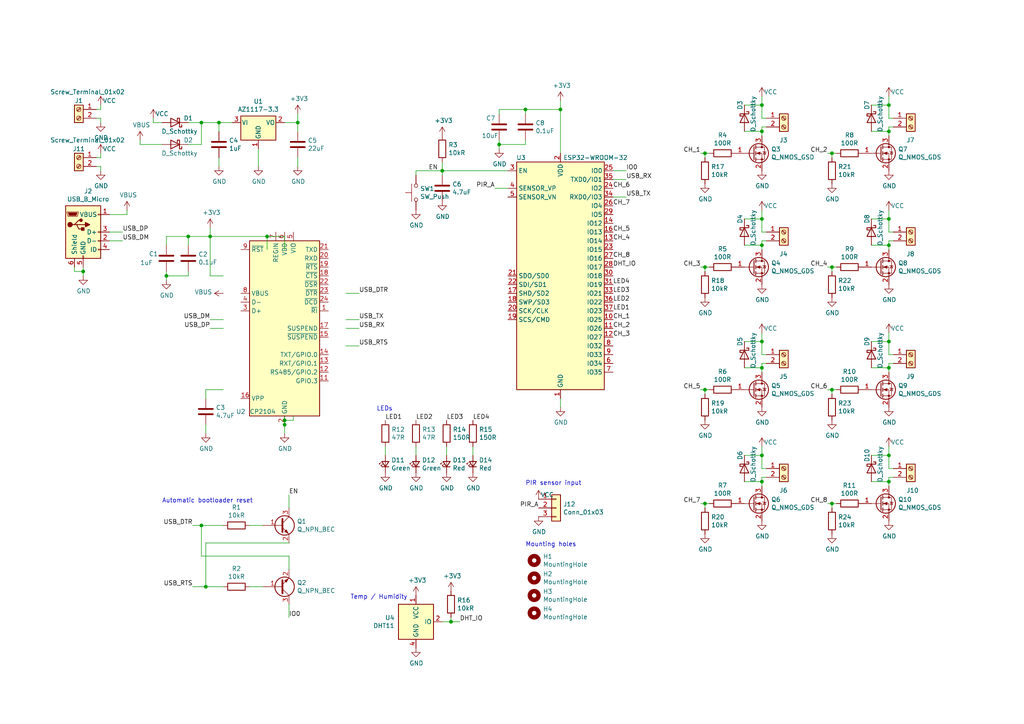
<source format=kicad_sch>
(kicad_sch (version 20250114) (generator "eeschema") (generator_version "9.0")
  (paper "A4")
  (text "PIR sensor input" (at 152.4 140.97 0) (effects (font (size 1.27 1.27)) (justify left bottom)))
  (text "Mounting holes" (at 152.4 158.75 0) (effects (font (size 1.27 1.27)) (justify left bottom)))
  (text "Temp / Humidity" (at 101.6 173.99 0) (effects (font (size 1.27 1.27)) (justify left bottom)))
  (text "LEDs" (at 109.22 119.38 0) (effects (font (size 1.27 1.27)) (justify left bottom)))
  (text "Automatic bootloader reset" (at 46.99 146.05 0) (effects (font (size 1.27 1.27)) (justify left bottom)))
  (junction (at 241.3 146.05))
  (junction (at 257.81 139.7))
  (junction (at 257.81 38.1))
  (junction (at 257.81 63.5))
  (junction (at 257.81 106.68))
  (junction (at 59.69 170.18))
  (junction (at 162.56 31.75))
  (junction (at 220.98 99.06))
  (junction (at 48.26 80.01))
  (junction (at 60.96 68.58))
  (junction (at 257.81 30.48))
  (junction (at 220.98 63.5))
  (junction (at 86.36 35.56))
  (junction (at 82.55 121.92))
  (junction (at 220.98 139.7))
  (junction (at 77.47 68.58))
  (junction (at 257.81 132.08))
  (junction (at 204.47 77.47))
  (junction (at 24.13 78.74))
  (junction (at 241.3 113.03))
  (junction (at 58.42 35.56))
  (junction (at 130.81 180.34))
  (junction (at 204.47 146.05))
  (junction (at 220.98 38.1))
  (junction (at 128.27 49.53))
  (junction (at 257.81 71.12))
  (junction (at 204.47 44.45))
  (junction (at 54.61 68.58))
  (junction (at 144.78 41.91))
  (junction (at 220.98 71.12))
  (junction (at 220.98 132.08))
  (junction (at 204.47 113.03))
  (junction (at 152.4 31.75))
  (junction (at 220.98 30.48))
  (junction (at 82.55 123.19))
  (junction (at 63.5 35.56))
  (junction (at 241.3 44.45))
  (junction (at 241.3 77.47))
  (junction (at 257.81 99.06))
  (junction (at 58.42 152.4))
  (junction (at 220.98 106.68))
  (wire (pts (xy 59.69 115.57) (xy 59.69 113.03)))
  (wire (pts (xy 128.27 49.53) (xy 147.32 49.53)))
  (wire (pts (xy 55.88 152.4) (xy 58.42 152.4)))
  (wire (pts (xy 215.9 106.68) (xy 220.98 106.68)))
  (wire (pts (xy 215.9 99.06) (xy 220.98 99.06)))
  (wire (pts (xy 58.42 161.29) (xy 58.42 152.4)))
  (wire (pts (xy 29.21 34.29) (xy 29.21 35.56)))
  (wire (pts (xy 44.45 35.56) (xy 46.99 35.56)))
  (wire (pts (xy 128.27 180.34) (xy 130.81 180.34)))
  (wire (pts (xy 83.82 161.29) (xy 58.42 161.29)))
  (wire (pts (xy 72.39 170.18) (xy 76.2 170.18)))
  (wire (pts (xy 104.14 85.09) (xy 100.33 85.09)))
  (wire (pts (xy 215.9 132.08) (xy 220.98 132.08)))
  (wire (pts (xy 59.69 113.03) (xy 64.77 113.03)))
  (wire (pts (xy 40.64 41.91) (xy 46.99 41.91)))
  (wire (pts (xy 252.73 38.1) (xy 257.81 38.1)))
  (wire (pts (xy 60.96 68.58) (xy 77.47 68.58)))
  (wire (pts (xy 120.65 49.53) (xy 120.65 50.8)))
  (wire (pts (xy 86.36 35.56) (xy 82.55 35.56)))
  (wire (pts (xy 60.96 92.71) (xy 64.77 92.71)))
  (wire (pts (xy 257.81 69.85) (xy 257.81 71.12)))
  (wire (pts (xy 203.2 146.05) (xy 204.47 146.05)))
  (wire (pts (xy 259.08 138.43) (xy 257.81 138.43)))
  (wire (pts (xy 60.96 80.01) (xy 60.96 68.58)))
  (wire (pts (xy 252.73 132.08) (xy 257.81 132.08)))
  (wire (pts (xy 60.96 66.04) (xy 60.96 68.58)))
  (wire (pts (xy 259.08 36.83) (xy 257.81 36.83)))
  (wire (pts (xy 220.98 67.31) (xy 222.25 67.31)))
  (wire (pts (xy 31.75 67.31) (xy 35.56 67.31)))
  (wire (pts (xy 29.21 45.72) (xy 29.21 44.45)))
  (wire (pts (xy 257.81 63.5) (xy 257.81 60.96)))
  (wire (pts (xy 220.98 102.87) (xy 222.25 102.87)))
  (wire (pts (xy 152.4 31.75) (xy 152.4 33.02)))
  (wire (pts (xy 204.47 113.03) (xy 204.47 114.3)))
  (wire (pts (xy 44.45 34.29) (xy 44.45 35.56)))
  (wire (pts (xy 220.98 132.08) (xy 220.98 129.54)))
  (wire (pts (xy 257.81 34.29) (xy 259.08 34.29)))
  (wire (pts (xy 60.96 80.01) (xy 64.77 80.01)))
  (wire (pts (xy 220.98 38.1) (xy 220.98 39.37)))
  (wire (pts (xy 128.27 46.99) (xy 128.27 49.53)))
  (wire (pts (xy 257.81 132.08) (xy 257.81 135.89)))
  (wire (pts (xy 24.13 78.74) (xy 21.59 78.74)))
  (wire (pts (xy 240.03 44.45) (xy 241.3 44.45)))
  (wire (pts (xy 82.55 123.19) (xy 82.55 121.92)))
  (wire (pts (xy 77.47 68.58) (xy 82.55 68.58)))
  (wire (pts (xy 257.81 102.87) (xy 259.08 102.87)))
  (wire (pts (xy 36.83 60.96) (xy 36.83 62.23)))
  (wire (pts (xy 100.33 92.71) (xy 104.14 92.71)))
  (wire (pts (xy 83.82 157.48) (xy 59.69 157.48)))
  (wire (pts (xy 82.55 121.92) (xy 82.55 120.65)))
  (wire (pts (xy 152.4 41.91) (xy 152.4 40.64)))
  (wire (pts (xy 72.39 152.4) (xy 76.2 152.4)))
  (wire (pts (xy 240.03 77.47) (xy 241.3 77.47)))
  (wire (pts (xy 204.47 44.45) (xy 205.74 44.45)))
  (wire (pts (xy 220.98 139.7) (xy 220.98 140.97)))
  (wire (pts (xy 83.82 165.1) (xy 83.82 161.29)))
  (wire (pts (xy 257.81 138.43) (xy 257.81 139.7)))
  (wire (pts (xy 48.26 80.01) (xy 54.61 80.01)))
  (wire (pts (xy 240.03 113.03) (xy 241.3 113.03)))
  (wire (pts (xy 220.98 30.48) (xy 220.98 27.94)))
  (wire (pts (xy 144.78 41.91) (xy 152.4 41.91)))
  (wire (pts (xy 257.81 36.83) (xy 257.81 38.1)))
  (wire (pts (xy 162.56 31.75) (xy 162.56 44.45)))
  (wire (pts (xy 257.81 135.89) (xy 259.08 135.89)))
  (wire (pts (xy 252.73 99.06) (xy 257.81 99.06)))
  (wire (pts (xy 220.98 34.29) (xy 222.25 34.29)))
  (wire (pts (xy 59.69 157.48) (xy 59.69 170.18)))
  (wire (pts (xy 215.9 38.1) (xy 220.98 38.1)))
  (wire (pts (xy 257.81 67.31) (xy 259.08 67.31)))
  (wire (pts (xy 82.55 125.73) (xy 82.55 123.19)))
  (wire (pts (xy 241.3 146.05) (xy 242.57 146.05)))
  (wire (pts (xy 144.78 43.18) (xy 144.78 41.91)))
  (wire (pts (xy 252.73 63.5) (xy 257.81 63.5)))
  (wire (pts (xy 220.98 30.48) (xy 220.98 34.29)))
  (wire (pts (xy 252.73 106.68) (xy 257.81 106.68)))
  (wire (pts (xy 203.2 77.47) (xy 204.47 77.47)))
  (wire (pts (xy 241.3 44.45) (xy 241.3 45.72)))
  (wire (pts (xy 27.94 45.72) (xy 29.21 45.72)))
  (wire (pts (xy 220.98 105.41) (xy 220.98 106.68)))
  (wire (pts (xy 82.55 121.92) (xy 85.09 121.92)))
  (wire (pts (xy 48.26 68.58) (xy 54.61 68.58)))
  (wire (pts (xy 54.61 35.56) (xy 58.42 35.56)))
  (wire (pts (xy 48.26 71.12) (xy 48.26 68.58)))
  (wire (pts (xy 220.98 138.43) (xy 220.98 139.7)))
  (wire (pts (xy 204.47 77.47) (xy 205.74 77.47)))
  (wire (pts (xy 240.03 146.05) (xy 241.3 146.05)))
  (wire (pts (xy 220.98 36.83) (xy 220.98 38.1)))
  (wire (pts (xy 222.25 69.85) (xy 220.98 69.85)))
  (wire (pts (xy 85.09 121.92) (xy 85.09 120.65)))
  (wire (pts (xy 215.9 139.7) (xy 220.98 139.7)))
  (wire (pts (xy 257.81 105.41) (xy 257.81 106.68)))
  (wire (pts (xy 86.36 48.26) (xy 86.36 45.72)))
  (wire (pts (xy 215.9 63.5) (xy 220.98 63.5)))
  (wire (pts (xy 27.94 34.29) (xy 29.21 34.29)))
  (wire (pts (xy 222.25 105.41) (xy 220.98 105.41)))
  (wire (pts (xy 204.47 113.03) (xy 205.74 113.03)))
  (wire (pts (xy 21.59 78.74) (xy 21.59 77.47)))
  (wire (pts (xy 222.25 138.43) (xy 220.98 138.43)))
  (wire (pts (xy 58.42 35.56) (xy 63.5 35.56)))
  (wire (pts (xy 144.78 41.91) (xy 144.78 40.64)))
  (wire (pts (xy 257.81 63.5) (xy 257.81 67.31)))
  (wire (pts (xy 120.65 49.53) (xy 128.27 49.53)))
  (wire (pts (xy 31.75 62.23) (xy 36.83 62.23)))
  (wire (pts (xy 143.51 54.61) (xy 147.32 54.61)))
  (wire (pts (xy 241.3 77.47) (xy 241.3 78.74)))
  (wire (pts (xy 257.81 139.7) (xy 257.81 140.97)))
  (wire (pts (xy 257.81 30.48) (xy 257.81 27.94)))
  (wire (pts (xy 40.64 40.64) (xy 40.64 41.91)))
  (wire (pts (xy 204.47 77.47) (xy 204.47 78.74)))
  (wire (pts (xy 257.81 99.06) (xy 257.81 96.52)))
  (wire (pts (xy 104.14 95.25) (xy 100.33 95.25)))
  (wire (pts (xy 54.61 68.58) (xy 60.96 68.58)))
  (wire (pts (xy 257.81 132.08) (xy 257.81 129.54)))
  (wire (pts (xy 59.69 125.73) (xy 59.69 123.19)))
  (wire (pts (xy 29.21 30.48) (xy 29.21 31.75)))
  (wire (pts (xy 220.98 99.06) (xy 220.98 96.52)))
  (wire (pts (xy 104.14 100.33) (xy 100.33 100.33)))
  (wire (pts (xy 48.26 78.74) (xy 48.26 80.01)))
  (wire (pts (xy 257.81 38.1) (xy 257.81 39.37)))
  (wire (pts (xy 204.47 146.05) (xy 204.47 147.32)))
  (wire (pts (xy 259.08 105.41) (xy 257.81 105.41)))
  (wire (pts (xy 29.21 48.26) (xy 29.21 49.53)))
  (wire (pts (xy 77.47 68.58) (xy 77.47 72.39)))
  (wire (pts (xy 162.56 29.21) (xy 162.56 31.75)))
  (wire (pts (xy 27.94 48.26) (xy 29.21 48.26)))
  (wire (pts (xy 58.42 41.91) (xy 54.61 41.91)))
  (wire (pts (xy 252.73 139.7) (xy 257.81 139.7)))
  (wire (pts (xy 86.36 33.02) (xy 86.36 35.56)))
  (wire (pts (xy 74.93 48.26) (xy 74.93 43.18)))
  (wire (pts (xy 222.25 36.83) (xy 220.98 36.83)))
  (wire (pts (xy 241.3 44.45) (xy 242.57 44.45)))
  (wire (pts (xy 162.56 118.11) (xy 162.56 115.57)))
  (wire (pts (xy 82.55 68.58) (xy 82.55 72.39)))
  (wire (pts (xy 257.81 71.12) (xy 257.81 72.39)))
  (wire (pts (xy 128.27 50.8) (xy 128.27 49.53)))
  (wire (pts (xy 120.65 129.54) (xy 120.65 132.08)))
  (wire (pts (xy 252.73 30.48) (xy 257.81 30.48)))
  (wire (pts (xy 220.98 69.85) (xy 220.98 71.12)))
  (wire (pts (xy 241.3 113.03) (xy 241.3 114.3)))
  (wire (pts (xy 181.61 52.07) (xy 177.8 52.07)))
  (wire (pts (xy 55.88 170.18) (xy 59.69 170.18)))
  (wire (pts (xy 181.61 49.53) (xy 177.8 49.53)))
  (wire (pts (xy 252.73 71.12) (xy 257.81 71.12)))
  (wire (pts (xy 144.78 31.75) (xy 152.4 31.75)))
  (wire (pts (xy 241.3 146.05) (xy 241.3 147.32)))
  (wire (pts (xy 241.3 77.47) (xy 242.57 77.47)))
  (wire (pts (xy 259.08 69.85) (xy 257.81 69.85)))
  (wire (pts (xy 220.98 132.08) (xy 220.98 135.89)))
  (wire (pts (xy 63.5 35.56) (xy 67.31 35.56)))
  (wire (pts (xy 86.36 38.1) (xy 86.36 35.56)))
  (wire (pts (xy 59.69 170.18) (xy 64.77 170.18)))
  (wire (pts (xy 24.13 77.47) (xy 24.13 78.74)))
  (wire (pts (xy 215.9 30.48) (xy 220.98 30.48)))
  (wire (pts (xy 48.26 80.01) (xy 48.26 81.28)))
  (wire (pts (xy 144.78 33.02) (xy 144.78 31.75)))
  (wire (pts (xy 54.61 80.01) (xy 54.61 78.74)))
  (wire (pts (xy 204.47 44.45) (xy 204.47 45.72)))
  (wire (pts (xy 257.81 30.48) (xy 257.81 34.29)))
  (wire (pts (xy 63.5 35.56) (xy 63.5 38.1)))
  (wire (pts (xy 215.9 71.12) (xy 220.98 71.12)))
  (wire (pts (xy 29.21 31.75) (xy 27.94 31.75)))
  (wire (pts (xy 162.56 31.75) (xy 152.4 31.75)))
  (wire (pts (xy 241.3 113.03) (xy 242.57 113.03)))
  (wire (pts (xy 133.35 180.34) (xy 130.81 180.34)))
  (wire (pts (xy 111.76 129.54) (xy 111.76 132.08)))
  (wire (pts (xy 54.61 71.12) (xy 54.61 68.58)))
  (wire (pts (xy 220.98 63.5) (xy 220.98 60.96)))
  (wire (pts (xy 257.81 99.06) (xy 257.81 102.87)))
  (wire (pts (xy 35.56 69.85) (xy 31.75 69.85)))
  (wire (pts (xy 137.16 129.54) (xy 137.16 132.08)))
  (wire (pts (xy 129.54 129.54) (xy 129.54 132.08)))
  (wire (pts (xy 203.2 44.45) (xy 204.47 44.45)))
  (wire (pts (xy 58.42 152.4) (xy 64.77 152.4)))
  (wire (pts (xy 257.81 106.68) (xy 257.81 107.95)))
  (wire (pts (xy 220.98 71.12) (xy 220.98 72.39)))
  (wire (pts (xy 204.47 146.05) (xy 205.74 146.05)))
  (wire (pts (xy 220.98 99.06) (xy 220.98 102.87)))
  (wire (pts (xy 83.82 143.51) (xy 83.82 147.32)))
  (wire (pts (xy 58.42 35.56) (xy 58.42 41.91)))
  (wire (pts (xy 60.96 95.25) (xy 64.77 95.25)))
  (wire (pts (xy 220.98 135.89) (xy 222.25 135.89)))
  (wire (pts (xy 83.82 179.07) (xy 83.82 175.26)))
  (wire (pts (xy 220.98 106.68) (xy 220.98 107.95)))
  (wire (pts (xy 130.81 180.34) (xy 130.81 179.07)))
  (wire (pts (xy 203.2 113.03) (xy 204.47 113.03)))
  (wire (pts (xy 63.5 48.26) (xy 63.5 45.72)))
  (wire (pts (xy 181.61 57.15) (xy 177.8 57.15)))
  (wire (pts (xy 220.98 63.5) (xy 220.98 67.31)))
  (wire (pts (xy 24.13 80.01) (xy 24.13 78.74)))
  (label "LED4" (at 177.8 82.55 0))
  (label "LED4" (at 137.16 121.92 0))
  (label "USB_RX" (at 104.14 95.25 0))
  (label "CH_8" (at 177.8 74.93 0))
  (label "USB_TX" (at 181.61 57.15 0))
  (label "USB_DTR" (at 104.14 85.09 0))
  (label "CH_3" (at 203.2 77.47 180))
  (label "PIR_A" (at 143.51 54.61 180))
  (label "USB_TX" (at 104.14 92.71 0))
  (label "USB_DM" (at 35.56 69.85 0))
  (label "CH_6" (at 240.03 113.03 180))
  (label "USB_RTS" (at 55.88 170.18 180))
  (label "CH_1" (at 203.2 44.45 180))
  (label "PIR_A" (at 156.21 147.32 180))
  (label "IO0" (at 83.82 179.07 0))
  (label "CH_2" (at 240.03 44.45 180))
  (label "USB_DP" (at 35.56 67.31 0))
  (label "IO0" (at 181.61 49.53 0))
  (label "CH_6" (at 177.8 54.61 0))
  (label "LED3" (at 129.54 121.92 0))
  (label "CH_7" (at 203.2 146.05 180))
  (label "EN" (at 83.82 143.51 0))
  (label "USB_DP" (at 60.96 95.25 180))
  (label "CH_1" (at 177.8 92.71 0))
  (label "LED1" (at 177.8 90.17 0))
  (label "EN" (at 127 49.53 180))
  (label "CH_4" (at 177.8 69.85 0))
  (label "CH_4" (at 240.03 77.47 180))
  (label "CH_8" (at 240.03 146.05 180))
  (label "LED1" (at 111.76 121.92 0))
  (label "CH_3" (at 177.8 97.79 0))
  (label "LED2" (at 177.8 87.63 0))
  (label "CH_5" (at 203.2 113.03 180))
  (label "CH_5" (at 177.8 67.31 0))
  (label "CH_2" (at 177.8 95.25 0))
  (label "DHT_IO" (at 177.8 77.47 0))
  (label "LED2" (at 120.65 121.92 0))
  (label "USB_RTS" (at 104.14 100.33 0))
  (label "LED3" (at 177.8 85.09 0))
  (label "DHT_IO" (at 133.35 180.34 0))
  (label "USB_DTR" (at 55.88 152.4 180))
  (label "USB_RX" (at 181.61 52.07 0))
  (label "CH_7" (at 177.8 59.69 0))
  (label "USB_DM" (at 60.96 92.71 180))
  (symbol (lib_id "RF_Module:ESP32-WROOM-32") (at 162.56 80.01 0) (unit 1)
    (property "Reference" "U3" (at 151.13 45.72 0))
    (property "Value" "ESP32-WROOM-32" (at 172.72 45.72 0))
    (property "Footprint" "RF_Module:ESP32-WROOM-32" (effects (hide yes)))
    (property "Datasheet" "https://www.espressif.com/sites/default/files/documentation/esp32-wroom-32_datasheet_en.pdf" (effects (hide yes)))
  )
  (symbol (lib_id "Device:Q_NMOS_GSD") (at 218.44 44.45 0) (unit 1)
    (property "Reference" "Q3" (at 223.6724 43.2816 0) (effects (justify left)))
    (property "Value" "Q_NMOS_GSD" (at 223.6724 45.593 0) (effects (justify left)))
    (property "Footprint" "Package_TO_SOT_SMD:SOT-23" (effects (hide yes)))
    (property "LCSC#" "C20917" (effects (hide yes)))
    (property "MFR" "Alpha & Omega Semico" (effects (hide yes)))
    (property "MPN" "AO3400A" (effects (hide yes)))
  )
  (symbol (lib_id "Regulator_Linear:AZ1117-3.3") (at 74.93 35.56 0) (unit 1)
    (property "Reference" "U1" (at 74.93 29.4132 0))
    (property "Value" "AZ1117-3.3" (at 74.93 31.7246 0))
    (property "Footprint" "Package_TO_SOT_SMD:SOT-223-3_TabPin2" (effects (hide yes)))
    (property "Datasheet" "https://www.diodes.com/assets/Datasheets/AZ1117.pdf" (effects (hide yes)))
    (property "LCSC#" "C92102" (effects (hide yes)))
    (property "MFR" "Diodes Incorporated" (effects (hide yes)))
    (property "MPN" "AZ1117CH-3.3TRG1" (effects (hide yes)))
  )
  (symbol (lib_id "Device:C") (at 63.5 41.91 0) (unit 1)
    (property "Reference" "C4" (at 66.421 40.7416 0) (effects (justify left)))
    (property "Value" "1uF" (at 66.421 43.053 0) (effects (justify left)))
    (property "Footprint" "Resistor_SMD:R_0603_1608Metric" (effects (hide yes)))
    (property "LCSC#" "C15849" (effects (hide yes)))
    (property "MFR" "Samsung Electro-Mechanics" (effects (hide yes)))
    (property "MPN" "CL10A105KB8NNNC" (effects (hide yes)))
  )
  (symbol (lib_id "Device:D_Schottky") (at 50.8 35.56 180) (unit 1)
    (property "Reference" "D1" (at 54.61 34.29 0))
    (property "Value" "D_Schottky" (at 52.07 38.1 0))
    (property "Footprint" "Diode_SMD:D_SOD-123" (effects (hide yes)))
    (property "LCSC#" "C8598" (effects (hide yes)))
    (property "MFR" "Changjiang Electronics Tech (CJ)" (effects (hide yes)))
    (property "MPN" "B5819W SL" (effects (hide yes)))
  )
  (symbol (lib_id "power:GND") (at 29.21 35.56 0) (unit 1)
    (property "Reference" "#PWR0101" (effects (hide yes)))
    (property "Value" "GND" (at 29.337 39.9542 0))
  )
  (symbol (lib_id "power:GND") (at 63.5 48.26 0) (unit 1)
    (property "Reference" "#PWR0102" (effects (hide yes)))
    (property "Value" "GND" (at 63.627 52.6542 0))
  )
  (symbol (lib_id "power:GND") (at 74.93 48.26 0) (unit 1)
    (property "Reference" "#PWR0103" (effects (hide yes)))
    (property "Value" "GND" (at 75.057 52.6542 0))
  )
  (symbol (lib_id "Connector:USB_B_Micro") (at 24.13 67.31 0) (unit 1)
    (property "Reference" "J2" (at 25.5778 55.4482 0))
    (property "Value" "USB_B_Micro" (at 25.5778 57.7596 0))
    (property "Footprint" "Connector_USB:USB_Micro-B_Molex-105017-0001" (effects (hide yes)))
  )
  (symbol (lib_id "power:VCC") (at 29.21 30.48 0) (unit 1)
    (property "Reference" "#PWR0104" (effects (hide yes)))
    (property "Value" "VCC" (at 31.75 29.21 0))
  )
  (symbol (lib_id "Connector:Screw_Terminal_01x02") (at 22.86 31.75 0) (mirror y) (unit 1)
    (property "Reference" "J1" (at 22.86 29.21 0))
    (property "Value" "Screw_Terminal_01x02" (at 25.4 26.67 0))
    (property "Footprint" "TerminalBlock_Phoenix:TerminalBlock_Phoenix_PT-1,5-2-3.5-H_1x02_P3.50mm_Horizontal" (effects (hide yes)))
  )
  (symbol (lib_id "Device:D_Schottky") (at 50.8 41.91 180) (unit 1)
    (property "Reference" "D2" (at 54.61 40.64 0))
    (property "Value" "D_Schottky" (at 52.07 44.45 0))
    (property "Footprint" "Diode_SMD:D_SOD-123" (effects (hide yes)))
    (property "LCSC#" "C8598" (effects (hide yes)))
    (property "MFR" "Changjiang Electronics Tech (CJ)" (effects (hide yes)))
    (property "MPN" "B5819W SL" (effects (hide yes)))
  )
  (symbol (lib_id "power:VCC") (at 44.45 34.29 0) (unit 1)
    (property "Reference" "#PWR0105" (effects (hide yes)))
    (property "Value" "VCC" (at 46.99 33.02 0))
  )
  (symbol (lib_id "power:VBUS") (at 40.64 40.64 0) (unit 1)
    (property "Reference" "#PWR0106" (effects (hide yes)))
    (property "Value" "VBUS" (at 41.021 36.2458 0))
  )
  (symbol (lib_id "power:VBUS") (at 36.83 60.96 0) (unit 1)
    (property "Reference" "#PWR0107" (effects (hide yes)))
    (property "Value" "VBUS" (at 37.211 56.5658 0))
  )
  (symbol (lib_id "power:GND") (at 24.13 80.01 0) (unit 1)
    (property "Reference" "#PWR0108" (effects (hide yes)))
    (property "Value" "GND" (at 24.257 84.4042 0))
  )
  (symbol (lib_id "Interface_USB:CP2104") (at 82.55 95.25 0) (unit 1)
    (property "Reference" "U2" (at 69.85 119.38 0))
    (property "Value" "CP2104" (at 76.2 119.38 0))
    (property "Footprint" "Package_DFN_QFN:QFN-24-1EP_4x4mm_P0.5mm_EP2.6x2.6mm" (effects (hide yes)))
    (property "Datasheet" "https://www.silabs.com/documents/public/data-sheets/cp2104.pdf" (effects (hide yes)))
    (property "LCSC#" "C47742" (effects (hide yes)))
    (property "MFR" "SILICON LABS" (effects (hide yes)))
    (property "MPN" "CP2104-F03-GMR" (effects (hide yes)))
  )
  (symbol (lib_id "power:+3V3") (at 86.36 33.02 0) (unit 1)
    (property "Reference" "#PWR0109" (effects (hide yes)))
    (property "Value" "+3V3" (at 86.741 28.6258 0))
  )
  (symbol (lib_id "Device:C") (at 86.36 41.91 0) (unit 1)
    (property "Reference" "C5" (at 89.281 40.7416 0) (effects (justify left)))
    (property "Value" "22uF" (at 89.281 43.053 0) (effects (justify left)))
    (property "Footprint" "Resistor_SMD:R_0603_1608Metric" (effects (hide yes)))
    (property "LCSC#" "C59461" (effects (hide yes)))
    (property "MFR" "Samsung Electro-Mechanics" (effects (hide yes)))
    (property "MPN" "CL10A226MQ8NRNC" (effects (hide yes)))
  )
  (symbol (lib_id "power:GND") (at 86.36 48.26 0) (unit 1)
    (property "Reference" "#PWR0110" (effects (hide yes)))
    (property "Value" "GND" (at 86.487 52.6542 0))
  )
  (symbol (lib_id "power:VBUS") (at 64.77 85.09 90) (unit 1)
    (property "Reference" "#PWR0111" (effects (hide yes)))
    (property "Value" "VBUS" (at 61.5442 84.709 90) (effects (justify left)))
  )
  (symbol (lib_id "power:+3V3") (at 60.96 66.04 0) (unit 1)
    (property "Reference" "#PWR0112" (effects (hide yes)))
    (property "Value" "+3V3" (at 61.341 61.6458 0))
  )
  (symbol (lib_id "Device:C") (at 54.61 74.93 0) (unit 1)
    (property "Reference" "C2" (at 57.531 73.7616 0) (effects (justify left)))
    (property "Value" "0.1uF" (at 57.531 76.073 0) (effects (justify left)))
    (property "Footprint" "Resistor_SMD:R_0402_1005Metric" (effects (hide yes)))
    (property "LCSC#" "C1525" (effects (hide yes)))
    (property "MFR" "Samsung Electro-Mechanics" (effects (hide yes)))
    (property "MPN" "CL05B104KO5NNNC" (effects (hide yes)))
  )
  (symbol (lib_id "Device:C") (at 48.26 74.93 0) (unit 1)
    (property "Reference" "C1" (at 43.18 73.66 0) (effects (justify left)))
    (property "Value" "1uF" (at 40.64 76.2 0) (effects (justify left)))
    (property "Footprint" "Resistor_SMD:R_0402_1005Metric" (effects (hide yes)))
    (property "LCSC#" "C52923" (effects (hide yes)))
    (property "MFR" "Samsung Electro-Mechanics" (effects (hide yes)))
    (property "MPN" "CL05A105KA5NQNC" (effects (hide yes)))
  )
  (symbol (lib_id "power:GND") (at 48.26 81.28 0) (unit 1)
    (property "Reference" "#PWR0113" (effects (hide yes)))
    (property "Value" "GND" (at 48.387 85.6742 0))
  )
  (symbol (lib_id "Device:C") (at 59.69 119.38 0) (unit 1)
    (property "Reference" "C3" (at 62.611 118.2116 0) (effects (justify left)))
    (property "Value" "4.7uF" (at 62.611 120.523 0) (effects (justify left)))
    (property "Footprint" "Resistor_SMD:R_0603_1608Metric" (effects (hide yes)))
    (property "LCSC#" "C19666" (effects (hide yes)))
    (property "MFR" "Samsung Electro-Mechanics" (effects (hide yes)))
    (property "MPN" "CL10A475KO8NNNC" (effects (hide yes)))
  )
  (symbol (lib_id "power:GND") (at 59.69 125.73 0) (unit 1)
    (property "Reference" "#PWR0114" (effects (hide yes)))
    (property "Value" "GND" (at 59.817 130.1242 0))
  )
  (symbol (lib_id "power:GND") (at 82.55 125.73 0) (unit 1)
    (property "Reference" "#PWR0115" (effects (hide yes)))
    (property "Value" "GND" (at 82.677 130.1242 0))
  )
  (symbol (lib_id "Device:Q_NPN_BEC") (at 81.28 152.4 0) (unit 1)
    (property "Reference" "Q1" (at 86.1314 151.2316 0) (effects (justify left)))
    (property "Value" "Q_NPN_BEC" (at 86.1314 153.543 0) (effects (justify left)))
    (property "Footprint" "Package_TO_SOT_SMD:SOT-23" (effects (hide yes)))
    (property "LCSC#" "C2150" (effects (hide yes)))
    (property "MFR" "Changjiang Electronics Tech (CJ)" (effects (hide yes)))
    (property "MPN" "SS8050" (effects (hide yes)))
  )
  (symbol (lib_id "Device:Q_NPN_BEC") (at 81.28 170.18 0) (mirror x) (unit 1)
    (property "Reference" "Q2" (at 86.1314 169.0116 0) (effects (justify left)))
    (property "Value" "Q_NPN_BEC" (at 86.1314 171.323 0) (effects (justify left)))
    (property "Footprint" "Package_TO_SOT_SMD:SOT-23" (effects (hide yes)))
    (property "LCSC#" "C2150" (effects (hide yes)))
    (property "MFR" "Changjiang Electronics Tech (CJ)" (effects (hide yes)))
    (property "MPN" "SS8050" (effects (hide yes)))
  )
  (symbol (lib_id "Device:R") (at 68.58 152.4 270) (unit 1)
    (property "Reference" "R1" (at 68.58 147.1422 90))
    (property "Value" "10kR" (at 68.58 149.4536 90))
    (property "Footprint" "Resistor_SMD:R_0402_1005Metric" (effects (hide yes)))
    (property "LCSC#" "C25744" (effects (hide yes)))
    (property "MFR" "UNI-ROYAL(Uniroyal Elec)" (effects (hide yes)))
    (property "MPN" "0402WGF1002TCE" (effects (hide yes)))
  )
  (symbol (lib_id "Device:R") (at 68.58 170.18 270) (unit 1)
    (property "Reference" "R2" (at 68.58 164.9222 90))
    (property "Value" "10kR" (at 68.58 167.2336 90))
    (property "Footprint" "Resistor_SMD:R_0402_1005Metric" (effects (hide yes)))
    (property "LCSC#" "C25744" (effects (hide yes)))
    (property "MFR" "UNI-ROYAL(Uniroyal Elec)" (effects (hide yes)))
    (property "MPN" "0402WGF1002TCE" (effects (hide yes)))
  )
  (symbol (lib_id "power:+3V3") (at 162.56 29.21 0) (unit 1)
    (property "Reference" "#PWR0116" (effects (hide yes)))
    (property "Value" "+3V3" (at 162.941 24.8158 0))
  )
  (symbol (lib_id "Device:C") (at 152.4 36.83 0) (unit 1)
    (property "Reference" "C8" (at 155.321 35.6616 0) (effects (justify left)))
    (property "Value" "0.1uF" (at 155.321 37.973 0) (effects (justify left)))
    (property "Footprint" "Resistor_SMD:R_0402_1005Metric" (effects (hide yes)))
    (property "LCSC#" "C1525" (effects (hide yes)))
    (property "MFR" "Samsung Electro-Mechanics" (effects (hide yes)))
    (property "MPN" "CL05B104KO5NNNC" (effects (hide yes)))
  )
  (symbol (lib_id "Device:C") (at 144.78 36.83 0) (unit 1)
    (property "Reference" "C7" (at 140.97 34.29 0) (effects (justify left)))
    (property "Value" "10uF" (at 139.7 39.37 0) (effects (justify left)))
    (property "Footprint" "Resistor_SMD:R_0402_1005Metric" (effects (hide yes)))
    (property "LCSC#" "C15525" (effects (hide yes)))
    (property "MFR" "Samsung Electro-Mechanics" (effects (hide yes)))
    (property "MPN" "CL05A106MQ5NUNC" (effects (hide yes)))
  )
  (symbol (lib_id "power:GND") (at 144.78 43.18 0) (unit 1)
    (property "Reference" "#PWR0117" (effects (hide yes)))
    (property "Value" "GND" (at 144.907 47.5742 0))
  )
  (symbol (lib_id "Device:C") (at 128.27 54.61 0) (unit 1)
    (property "Reference" "C6" (at 131.191 53.4416 0) (effects (justify left)))
    (property "Value" "4.7uF" (at 131.191 55.753 0) (effects (justify left)))
    (property "Footprint" "Resistor_SMD:R_0402_1005Metric" (effects (hide yes)))
    (property "LCSC#" "C23733" (effects (hide yes)))
    (property "MFR" "Samsung Electro-Mechanics" (effects (hide yes)))
    (property "MPN" "CL05A475MP5NRNC" (effects (hide yes)))
  )
  (symbol (lib_id "power:GND") (at 128.27 58.42 0) (unit 1)
    (property "Reference" "#PWR0118" (effects (hide yes)))
    (property "Value" "GND" (at 128.397 62.8142 0))
  )
  (symbol (lib_id "Device:R") (at 128.27 43.18 180) (unit 1)
    (property "Reference" "R3" (at 130.048 42.0116 0) (effects (justify right)))
    (property "Value" "10kR" (at 130.048 44.323 0) (effects (justify right)))
    (property "Footprint" "Resistor_SMD:R_0402_1005Metric" (effects (hide yes)))
    (property "LCSC#" "C25744" (effects (hide yes)))
    (property "MFR" "UNI-ROYAL(Uniroyal Elec)" (effects (hide yes)))
    (property "MPN" "0402WGF1002TCE" (effects (hide yes)))
  )
  (symbol (lib_id "power:+3V3") (at 128.27 39.37 0) (unit 1)
    (property "Reference" "#PWR0119" (effects (hide yes)))
    (property "Value" "+3V3" (at 128.651 34.9758 0))
  )
  (symbol (lib_id "Switch:SW_Push") (at 120.65 55.88 90) (unit 1)
    (property "Reference" "SW1" (at 121.8692 54.7116 90) (effects (justify right)))
    (property "Value" "SW_Push" (at 121.8692 57.023 90) (effects (justify right)))
    (property "Footprint" "footprints:TS-1187A" (effects (hide yes)))
    (property "LCSC#" "C318888" (effects (hide yes)))
    (property "MFR" "XKB Connectivity" (effects (hide yes)))
    (property "MPN" "TS-1187A-C-D-B" (effects (hide yes)))
  )
  (symbol (lib_id "power:GND") (at 120.65 60.96 0) (unit 1)
    (property "Reference" "#PWR0120" (effects (hide yes)))
    (property "Value" "GND" (at 120.777 65.3542 0))
  )
  (symbol (lib_id "power:GND") (at 162.56 118.11 0) (unit 1)
    (property "Reference" "#PWR0121" (effects (hide yes)))
    (property "Value" "GND" (at 162.687 122.5042 0))
  )
  (symbol (lib_id "Device:R") (at 209.55 44.45 270) (unit 1)
    (property "Reference" "R4" (at 209.55 39.1922 90))
    (property "Value" "100R" (at 209.55 41.5036 90))
    (property "Footprint" "Resistor_SMD:R_0402_1005Metric" (effects (hide yes)))
    (property "LCSC#" "C25076" (effects (hide yes)))
    (property "MFR" "UNI-ROYAL(Uniroyal Elec)" (effects (hide yes)))
    (property "MPN" "0402WGF1000TCE" (effects (hide yes)))
  )
  (symbol (lib_id "power:GND") (at 220.98 49.53 0) (unit 1)
    (property "Reference" "#PWR0122" (effects (hide yes)))
    (property "Value" "GND" (at 221.107 53.9242 0))
  )
  (symbol (lib_id "Connector:Screw_Terminal_01x02") (at 227.33 34.29 0) (unit 1)
    (property "Reference" "J3" (at 226.06 40.64 0) (effects (justify left)))
    (property "Value" "Screw_Terminal_01x02" (effects (hide yes)))
    (property "Footprint" "TerminalBlock_Phoenix:TerminalBlock_Phoenix_PT-1,5-2-3.5-H_1x02_P3.50mm_Horizontal" (effects (hide yes)))
  )
  (symbol (lib_id "power:VCC") (at 220.98 27.94 0) (unit 1)
    (property "Reference" "#PWR0123" (effects (hide yes)))
    (property "Value" "VCC" (at 223.52 26.67 0))
  )
  (symbol (lib_id "Device:D_Schottky") (at 215.9 34.29 270) (unit 1)
    (property "Reference" "D3" (at 214.63 30.48 0))
    (property "Value" "D_Schottky" (at 218.44 33.02 0))
    (property "Footprint" "Diode_SMD:D_SOD-123" (effects (hide yes)))
    (property "LCSC#" "C8598" (effects (hide yes)))
    (property "MFR" "Changjiang Electronics Tech (CJ)" (effects (hide yes)))
    (property "MPN" "B5819W SL" (effects (hide yes)))
  )
  (symbol (lib_id "Device:Q_NMOS_GSD") (at 255.27 44.45 0) (unit 1)
    (property "Reference" "Q7" (at 260.5024 43.2816 0) (effects (justify left)))
    (property "Value" "Q_NMOS_GDS" (at 260.5024 45.593 0) (effects (justify left)))
    (property "Footprint" "Package_TO_SOT_SMD:SOT-23" (effects (hide yes)))
    (property "LCSC#" "C20917" (effects (hide yes)))
    (property "MFR" "Alpha & Omega Semico" (effects (hide yes)))
    (property "MPN" "AO3400A" (effects (hide yes)))
  )
  (symbol (lib_id "Device:R") (at 246.38 44.45 270) (unit 1)
    (property "Reference" "R8" (at 246.38 39.1922 90))
    (property "Value" "100R" (at 246.38 41.5036 90))
    (property "Footprint" "Resistor_SMD:R_0402_1005Metric" (effects (hide yes)))
    (property "LCSC#" "C25076" (effects (hide yes)))
    (property "MFR" "UNI-ROYAL(Uniroyal Elec)" (effects (hide yes)))
    (property "MPN" "0402WGF1000TCE" (effects (hide yes)))
  )
  (symbol (lib_id "power:GND") (at 257.81 49.53 0) (unit 1)
    (property "Reference" "#PWR0124" (effects (hide yes)))
    (property "Value" "GND" (at 257.937 53.9242 0))
  )
  (symbol (lib_id "Connector:Screw_Terminal_01x02") (at 264.16 34.29 0) (unit 1)
    (property "Reference" "J7" (at 262.89 40.64 0) (effects (justify left)))
    (property "Value" "Screw_Terminal_01x02" (effects (hide yes)))
    (property "Footprint" "TerminalBlock_Phoenix:TerminalBlock_Phoenix_PT-1,5-2-3.5-H_1x02_P3.50mm_Horizontal" (effects (hide yes)))
  )
  (symbol (lib_id "power:VCC") (at 257.81 27.94 0) (unit 1)
    (property "Reference" "#PWR0125" (effects (hide yes)))
    (property "Value" "VCC" (at 260.35 26.67 0))
  )
  (symbol (lib_id "Device:Q_NMOS_GSD") (at 218.44 77.47 0) (unit 1)
    (property "Reference" "Q4" (at 223.6724 76.3016 0) (effects (justify left)))
    (property "Value" "Q_NMOS_GDS" (at 223.6724 78.613 0) (effects (justify left)))
    (property "Footprint" "Package_TO_SOT_SMD:SOT-23" (effects (hide yes)))
    (property "LCSC#" "C20917" (effects (hide yes)))
    (property "MFR" "Alpha & Omega Semico" (effects (hide yes)))
    (property "MPN" "AO3400A" (effects (hide yes)))
  )
  (symbol (lib_id "Device:R") (at 209.55 77.47 270) (unit 1)
    (property "Reference" "R5" (at 209.55 72.2122 90))
    (property "Value" "100R" (at 209.55 74.5236 90))
    (property "Footprint" "Resistor_SMD:R_0402_1005Metric" (effects (hide yes)))
    (property "LCSC#" "C25076" (effects (hide yes)))
    (property "MFR" "UNI-ROYAL(Uniroyal Elec)" (effects (hide yes)))
    (property "MPN" "0402WGF1000TCE" (effects (hide yes)))
  )
  (symbol (lib_id "power:GND") (at 220.98 82.55 0) (unit 1)
    (property "Reference" "#PWR0126" (effects (hide yes)))
    (property "Value" "GND" (at 221.107 86.9442 0))
  )
  (symbol (lib_id "Connector:Screw_Terminal_01x02") (at 227.33 67.31 0) (unit 1)
    (property "Reference" "J4" (at 226.06 73.66 0) (effects (justify left)))
    (property "Value" "Screw_Terminal_01x02" (effects (hide yes)))
    (property "Footprint" "TerminalBlock_Phoenix:TerminalBlock_Phoenix_PT-1,5-2-3.5-H_1x02_P3.50mm_Horizontal" (effects (hide yes)))
  )
  (symbol (lib_id "power:VCC") (at 220.98 60.96 0) (unit 1)
    (property "Reference" "#PWR0127" (effects (hide yes)))
    (property "Value" "VCC" (at 223.52 59.69 0))
  )
  (symbol (lib_id "Device:Q_NMOS_GSD") (at 255.27 77.47 0) (unit 1)
    (property "Reference" "Q8" (at 260.5024 76.3016 0) (effects (justify left)))
    (property "Value" "Q_NMOS_GDS" (at 260.5024 78.613 0) (effects (justify left)))
    (property "Footprint" "Package_TO_SOT_SMD:SOT-23" (effects (hide yes)))
    (property "LCSC#" "C20917" (effects (hide yes)))
    (property "MFR" "Alpha & Omega Semico" (effects (hide yes)))
    (property "MPN" "AO3400A" (effects (hide yes)))
  )
  (symbol (lib_id "Device:R") (at 246.38 77.47 270) (unit 1)
    (property "Reference" "R9" (at 246.38 72.2122 90))
    (property "Value" "100R" (at 246.38 74.5236 90))
    (property "Footprint" "Resistor_SMD:R_0402_1005Metric" (effects (hide yes)))
    (property "LCSC#" "C25076" (effects (hide yes)))
    (property "MFR" "UNI-ROYAL(Uniroyal Elec)" (effects (hide yes)))
    (property "MPN" "0402WGF1000TCE" (effects (hide yes)))
  )
  (symbol (lib_id "power:GND") (at 257.81 82.55 0) (unit 1)
    (property "Reference" "#PWR0128" (effects (hide yes)))
    (property "Value" "GND" (at 257.937 86.9442 0))
  )
  (symbol (lib_id "Connector:Screw_Terminal_01x02") (at 264.16 67.31 0) (unit 1)
    (property "Reference" "J8" (at 262.89 73.66 0) (effects (justify left)))
    (property "Value" "Screw_Terminal_01x02" (effects (hide yes)))
    (property "Footprint" "TerminalBlock_Phoenix:TerminalBlock_Phoenix_PT-1,5-2-3.5-H_1x02_P3.50mm_Horizontal" (effects (hide yes)))
  )
  (symbol (lib_id "power:VCC") (at 257.81 60.96 0) (unit 1)
    (property "Reference" "#PWR0129" (effects (hide yes)))
    (property "Value" "VCC" (at 260.35 59.69 0))
  )
  (symbol (lib_id "Device:Q_NMOS_GSD") (at 218.44 113.03 0) (unit 1)
    (property "Reference" "Q5" (at 223.6724 111.8616 0) (effects (justify left)))
    (property "Value" "Q_NMOS_GDS" (at 223.6724 114.173 0) (effects (justify left)))
    (property "Footprint" "Package_TO_SOT_SMD:SOT-23" (effects (hide yes)))
    (property "LCSC#" "C20917" (effects (hide yes)))
    (property "MFR" "Alpha & Omega Semico" (effects (hide yes)))
    (property "MPN" "AO3400A" (effects (hide yes)))
  )
  (symbol (lib_id "Device:R") (at 209.55 113.03 270) (unit 1)
    (property "Reference" "R6" (at 209.55 107.7722 90))
    (property "Value" "100R" (at 209.55 110.0836 90))
    (property "Footprint" "Resistor_SMD:R_0402_1005Metric" (effects (hide yes)))
    (property "LCSC#" "C25076" (effects (hide yes)))
    (property "MFR" "UNI-ROYAL(Uniroyal Elec)" (effects (hide yes)))
    (property "MPN" "0402WGF1000TCE" (effects (hide yes)))
  )
  (symbol (lib_id "power:GND") (at 220.98 118.11 0) (unit 1)
    (property "Reference" "#PWR0130" (effects (hide yes)))
    (property "Value" "GND" (at 221.107 122.5042 0))
  )
  (symbol (lib_id "Connector:Screw_Terminal_01x02") (at 227.33 102.87 0) (unit 1)
    (property "Reference" "J5" (at 226.06 109.22 0) (effects (justify left)))
    (property "Value" "Screw_Terminal_01x02" (effects (hide yes)))
    (property "Footprint" "TerminalBlock_Phoenix:TerminalBlock_Phoenix_PT-1,5-2-3.5-H_1x02_P3.50mm_Horizontal" (effects (hide yes)))
  )
  (symbol (lib_id "power:VCC") (at 220.98 96.52 0) (unit 1)
    (property "Reference" "#PWR0131" (effects (hide yes)))
    (property "Value" "VCC" (at 223.52 95.25 0))
  )
  (symbol (lib_id "Device:Q_NMOS_GSD") (at 255.27 113.03 0) (unit 1)
    (property "Reference" "Q9" (at 260.5024 111.8616 0) (effects (justify left)))
    (property "Value" "Q_NMOS_GDS" (at 260.5024 114.173 0) (effects (justify left)))
    (property "Footprint" "Package_TO_SOT_SMD:SOT-23" (effects (hide yes)))
    (property "LCSC#" "C20917" (effects (hide yes)))
    (property "MFR" "Alpha & Omega Semico" (effects (hide yes)))
    (property "MPN" "AO3400A" (effects (hide yes)))
  )
  (symbol (lib_id "Device:R") (at 246.38 113.03 270) (unit 1)
    (property "Reference" "R10" (at 246.38 107.7722 90))
    (property "Value" "100R" (at 246.38 110.0836 90))
    (property "Footprint" "Resistor_SMD:R_0402_1005Metric" (effects (hide yes)))
    (property "LCSC#" "C25076" (effects (hide yes)))
    (property "MFR" "UNI-ROYAL(Uniroyal Elec)" (effects (hide yes)))
    (property "MPN" "0402WGF1000TCE" (effects (hide yes)))
  )
  (symbol (lib_id "power:GND") (at 257.81 118.11 0) (unit 1)
    (property "Reference" "#PWR0132" (effects (hide yes)))
    (property "Value" "GND" (at 257.937 122.5042 0))
  )
  (symbol (lib_id "Connector:Screw_Terminal_01x02") (at 264.16 102.87 0) (unit 1)
    (property "Reference" "J9" (at 262.89 109.22 0) (effects (justify left)))
    (property "Value" "Screw_Terminal_01x02" (effects (hide yes)))
    (property "Footprint" "TerminalBlock_Phoenix:TerminalBlock_Phoenix_PT-1,5-2-3.5-H_1x02_P3.50mm_Horizontal" (effects (hide yes)))
  )
  (symbol (lib_id "power:VCC") (at 257.81 96.52 0) (unit 1)
    (property "Reference" "#PWR0133" (effects (hide yes)))
    (property "Value" "VCC" (at 260.35 95.25 0))
  )
  (symbol (lib_id "Device:Q_NMOS_GSD") (at 218.44 146.05 0) (unit 1)
    (property "Reference" "Q6" (at 223.6724 144.8816 0) (effects (justify left)))
    (property "Value" "Q_NMOS_GDS" (at 223.6724 147.193 0) (effects (justify left)))
    (property "Footprint" "Package_TO_SOT_SMD:SOT-23" (effects (hide yes)))
    (property "LCSC#" "C20917" (effects (hide yes)))
    (property "MFR" "Alpha & Omega Semico" (effects (hide yes)))
    (property "MPN" "AO3400A" (effects (hide yes)))
  )
  (symbol (lib_id "Device:R") (at 209.55 146.05 270) (unit 1)
    (property "Reference" "R7" (at 209.55 140.7922 90))
    (property "Value" "100R" (at 209.55 143.1036 90))
    (property "Footprint" "Resistor_SMD:R_0402_1005Metric" (effects (hide yes)))
    (property "LCSC#" "C25076" (effects (hide yes)))
    (property "MFR" "UNI-ROYAL(Uniroyal Elec)" (effects (hide yes)))
    (property "MPN" "0402WGF1000TCE" (effects (hide yes)))
  )
  (symbol (lib_id "power:GND") (at 220.98 151.13 0) (unit 1)
    (property "Reference" "#PWR0134" (effects (hide yes)))
    (property "Value" "GND" (at 221.107 155.5242 0))
  )
  (symbol (lib_id "Connector:Screw_Terminal_01x02") (at 227.33 135.89 0) (unit 1)
    (property "Reference" "J6" (at 226.06 142.24 0) (effects (justify left)))
    (property "Value" "Screw_Terminal_01x02" (effects (hide yes)))
    (property "Footprint" "TerminalBlock_Phoenix:TerminalBlock_Phoenix_PT-1,5-2-3.5-H_1x02_P3.50mm_Horizontal" (effects (hide yes)))
  )
  (symbol (lib_id "power:VCC") (at 220.98 129.54 0) (unit 1)
    (property "Reference" "#PWR0135" (effects (hide yes)))
    (property "Value" "VCC" (at 223.52 128.27 0))
  )
  (symbol (lib_id "Device:Q_NMOS_GSD") (at 255.27 146.05 0) (unit 1)
    (property "Reference" "Q10" (at 260.5024 144.8816 0) (effects (justify left)))
    (property "Value" "Q_NMOS_GDS" (at 260.5024 147.193 0) (effects (justify left)))
    (property "Footprint" "Package_TO_SOT_SMD:SOT-23" (effects (hide yes)))
    (property "LCSC#" "C20917" (effects (hide yes)))
    (property "MFR" "Alpha & Omega Semico" (effects (hide yes)))
    (property "MPN" "AO3400A" (effects (hide yes)))
  )
  (symbol (lib_id "Device:R") (at 246.38 146.05 270) (unit 1)
    (property "Reference" "R11" (at 246.38 140.7922 90))
    (property "Value" "100R" (at 246.38 143.1036 90))
    (property "Footprint" "Resistor_SMD:R_0402_1005Metric" (effects (hide yes)))
    (property "LCSC#" "C25076" (effects (hide yes)))
    (property "MFR" "UNI-ROYAL(Uniroyal Elec)" (effects (hide yes)))
    (property "MPN" "0402WGF1000TCE" (effects (hide yes)))
  )
  (symbol (lib_id "power:GND") (at 257.81 151.13 0) (unit 1)
    (property "Reference" "#PWR0136" (effects (hide yes)))
    (property "Value" "GND" (at 257.937 155.5242 0))
  )
  (symbol (lib_id "Connector:Screw_Terminal_01x02") (at 264.16 135.89 0) (unit 1)
    (property "Reference" "J10" (at 262.89 142.24 0) (effects (justify left)))
    (property "Value" "Screw_Terminal_01x02" (effects (hide yes)))
    (property "Footprint" "TerminalBlock_Phoenix:TerminalBlock_Phoenix_PT-1,5-2-3.5-H_1x02_P3.50mm_Horizontal" (effects (hide yes)))
  )
  (symbol (lib_id "power:VCC") (at 257.81 129.54 0) (unit 1)
    (property "Reference" "#PWR0137" (effects (hide yes)))
    (property "Value" "VCC" (at 260.35 128.27 0))
  )
  (symbol (lib_id "Device:D_Schottky") (at 252.73 34.29 270) (unit 1)
    (property "Reference" "D7" (at 251.46 30.48 0))
    (property "Value" "D_Schottky" (at 255.27 33.02 0))
    (property "Footprint" "Diode_SMD:D_SOD-123" (effects (hide yes)))
    (property "LCSC#" "C8598" (effects (hide yes)))
    (property "MFR" "Changjiang Electronics Tech (CJ)" (effects (hide yes)))
    (property "MPN" "B5819W SL" (effects (hide yes)))
  )
  (symbol (lib_id "Device:D_Schottky") (at 215.9 67.31 270) (unit 1)
    (property "Reference" "D4" (at 214.63 63.5 0))
    (property "Value" "D_Schottky" (at 218.44 66.04 0))
    (property "Footprint" "Diode_SMD:D_SOD-123" (effects (hide yes)))
    (property "LCSC#" "C8598" (effects (hide yes)))
    (property "MFR" "Changjiang Electronics Tech (CJ)" (effects (hide yes)))
    (property "MPN" "B5819W SL" (effects (hide yes)))
  )
  (symbol (lib_id "Device:D_Schottky") (at 252.73 67.31 270) (unit 1)
    (property "Reference" "D8" (at 251.46 63.5 0))
    (property "Value" "D_Schottky" (at 255.27 66.04 0))
    (property "Footprint" "Diode_SMD:D_SOD-123" (effects (hide yes)))
    (property "LCSC#" "C8598" (effects (hide yes)))
    (property "MFR" "Changjiang Electronics Tech (CJ)" (effects (hide yes)))
    (property "MPN" "B5819W SL" (effects (hide yes)))
  )
  (symbol (lib_id "Device:D_Schottky") (at 215.9 102.87 270) (unit 1)
    (property "Reference" "D5" (at 214.63 99.06 0))
    (property "Value" "D_Schottky" (at 218.44 101.6 0))
    (property "Footprint" "Diode_SMD:D_SOD-123" (effects (hide yes)))
    (property "LCSC#" "C8598" (effects (hide yes)))
    (property "MFR" "Changjiang Electronics Tech (CJ)" (effects (hide yes)))
    (property "MPN" "B5819W SL" (effects (hide yes)))
  )
  (symbol (lib_id "Device:D_Schottky") (at 252.73 102.87 270) (unit 1)
    (property "Reference" "D9" (at 251.46 99.06 0))
    (property "Value" "D_Schottky" (at 255.27 101.6 0))
    (property "Footprint" "Diode_SMD:D_SOD-123" (effects (hide yes)))
    (property "LCSC#" "C8598" (effects (hide yes)))
    (property "MFR" "Changjiang Electronics Tech (CJ)" (effects (hide yes)))
    (property "MPN" "B5819W SL" (effects (hide yes)))
  )
  (symbol (lib_id "Device:D_Schottky") (at 252.73 135.89 270) (unit 1)
    (property "Reference" "D10" (at 251.46 132.08 0))
    (property "Value" "D_Schottky" (at 255.27 134.62 0))
    (property "Footprint" "Diode_SMD:D_SOD-123" (effects (hide yes)))
    (property "LCSC#" "C8598" (effects (hide yes)))
    (property "MFR" "Changjiang Electronics Tech (CJ)" (effects (hide yes)))
    (property "MPN" "B5819W SL" (effects (hide yes)))
  )
  (symbol (lib_id "Device:D_Schottky") (at 215.9 135.89 270) (unit 1)
    (property "Reference" "D6" (at 214.63 132.08 0))
    (property "Value" "D_Schottky" (at 218.44 134.62 0))
    (property "Footprint" "Diode_SMD:D_SOD-123" (effects (hide yes)))
    (property "LCSC#" "C8598" (effects (hide yes)))
    (property "MFR" "Changjiang Electronics Tech (CJ)" (effects (hide yes)))
    (property "MPN" "B5819W SL" (effects (hide yes)))
  )
  (symbol (lib_id "Device:R") (at 204.47 49.53 180) (unit 1)
    (property "Reference" "R17" (at 206.248 48.3616 0) (effects (justify right)))
    (property "Value" "10kR" (at 206.248 50.673 0) (effects (justify right)))
    (property "Footprint" "Resistor_SMD:R_0402_1005Metric" (effects (hide yes)))
    (property "LCSC#" "C25744" (effects (hide yes)))
    (property "MFR" "UNI-ROYAL(Uniroyal Elec)" (effects (hide yes)))
    (property "MPN" "0402WGF1002TCE" (effects (hide yes)))
  )
  (symbol (lib_id "power:GND") (at 204.47 53.34 0) (unit 1)
    (property "Reference" "#PWR05" (effects (hide yes)))
    (property "Value" "GND" (at 204.597 57.7342 0))
  )
  (symbol (lib_id "Device:R") (at 241.3 49.53 180) (unit 1)
    (property "Reference" "R21" (at 243.078 48.3616 0) (effects (justify right)))
    (property "Value" "10kR" (at 243.078 50.673 0) (effects (justify right)))
    (property "Footprint" "Resistor_SMD:R_0402_1005Metric" (effects (hide yes)))
    (property "LCSC#" "C25744" (effects (hide yes)))
    (property "MFR" "UNI-ROYAL(Uniroyal Elec)" (effects (hide yes)))
    (property "MPN" "0402WGF1002TCE" (effects (hide yes)))
  )
  (symbol (lib_id "power:GND") (at 241.3 53.34 0) (unit 1)
    (property "Reference" "#PWR09" (effects (hide yes)))
    (property "Value" "GND" (at 241.427 57.7342 0))
  )
  (symbol (lib_id "Device:R") (at 204.47 82.55 180) (unit 1)
    (property "Reference" "R18" (at 206.248 81.3816 0) (effects (justify right)))
    (property "Value" "10kR" (at 206.248 83.693 0) (effects (justify right)))
    (property "Footprint" "Resistor_SMD:R_0402_1005Metric" (effects (hide yes)))
    (property "LCSC#" "C25744" (effects (hide yes)))
    (property "MFR" "UNI-ROYAL(Uniroyal Elec)" (effects (hide yes)))
    (property "MPN" "0402WGF1002TCE" (effects (hide yes)))
  )
  (symbol (lib_id "power:GND") (at 204.47 86.36 0) (unit 1)
    (property "Reference" "#PWR06" (effects (hide yes)))
    (property "Value" "GND" (at 204.597 90.7542 0))
  )
  (symbol (lib_id "Device:R") (at 241.3 82.55 180) (unit 1)
    (property "Reference" "R22" (at 243.078 81.3816 0) (effects (justify right)))
    (property "Value" "10kR" (at 243.078 83.693 0) (effects (justify right)))
    (property "Footprint" "Resistor_SMD:R_0402_1005Metric" (effects (hide yes)))
    (property "LCSC#" "C25744" (effects (hide yes)))
    (property "MFR" "UNI-ROYAL(Uniroyal Elec)" (effects (hide yes)))
    (property "MPN" "0402WGF1002TCE" (effects (hide yes)))
  )
  (symbol (lib_id "power:GND") (at 241.3 86.36 0) (unit 1)
    (property "Reference" "#PWR010" (effects (hide yes)))
    (property "Value" "GND" (at 241.427 90.7542 0))
  )
  (symbol (lib_id "Device:R") (at 204.47 118.11 180) (unit 1)
    (property "Reference" "R19" (at 206.248 116.9416 0) (effects (justify right)))
    (property "Value" "10kR" (at 206.248 119.253 0) (effects (justify right)))
    (property "Footprint" "Resistor_SMD:R_0402_1005Metric" (effects (hide yes)))
    (property "LCSC#" "C25744" (effects (hide yes)))
    (property "MFR" "UNI-ROYAL(Uniroyal Elec)" (effects (hide yes)))
    (property "MPN" "0402WGF1002TCE" (effects (hide yes)))
  )
  (symbol (lib_id "power:GND") (at 204.47 121.92 0) (unit 1)
    (property "Reference" "#PWR07" (effects (hide yes)))
    (property "Value" "GND" (at 204.597 126.3142 0))
  )
  (symbol (lib_id "Device:R") (at 241.3 118.11 180) (unit 1)
    (property "Reference" "R23" (at 243.078 116.9416 0) (effects (justify right)))
    (property "Value" "10kR" (at 243.078 119.253 0) (effects (justify right)))
    (property "Footprint" "Resistor_SMD:R_0402_1005Metric" (effects (hide yes)))
    (property "LCSC#" "C25744" (effects (hide yes)))
    (property "MFR" "UNI-ROYAL(Uniroyal Elec)" (effects (hide yes)))
    (property "MPN" "0402WGF1002TCE" (effects (hide yes)))
  )
  (symbol (lib_id "power:GND") (at 241.3 121.92 0) (unit 1)
    (property "Reference" "#PWR011" (effects (hide yes)))
    (property "Value" "GND" (at 241.427 126.3142 0))
  )
  (symbol (lib_id "Device:R") (at 204.47 151.13 180) (unit 1)
    (property "Reference" "R20" (at 206.248 149.9616 0) (effects (justify right)))
    (property "Value" "10kR" (at 206.248 152.273 0) (effects (justify right)))
    (property "Footprint" "Resistor_SMD:R_0402_1005Metric" (effects (hide yes)))
    (property "LCSC#" "C25744" (effects (hide yes)))
    (property "MFR" "UNI-ROYAL(Uniroyal Elec)" (effects (hide yes)))
    (property "MPN" "0402WGF1002TCE" (effects (hide yes)))
  )
  (symbol (lib_id "power:GND") (at 204.47 154.94 0) (unit 1)
    (property "Reference" "#PWR08" (effects (hide yes)))
    (property "Value" "GND" (at 204.597 159.3342 0))
  )
  (symbol (lib_id "Device:R") (at 241.3 151.13 180) (unit 1)
    (property "Reference" "R24" (at 243.078 149.9616 0) (effects (justify right)))
    (property "Value" "10kR" (at 243.078 152.273 0) (effects (justify right)))
    (property "Footprint" "Resistor_SMD:R_0402_1005Metric" (effects (hide yes)))
    (property "LCSC#" "C25744" (effects (hide yes)))
    (property "MFR" "UNI-ROYAL(Uniroyal Elec)" (effects (hide yes)))
    (property "MPN" "0402WGF1002TCE" (effects (hide yes)))
  )
  (symbol (lib_id "power:GND") (at 241.3 154.94 0) (unit 1)
    (property "Reference" "#PWR012" (effects (hide yes)))
    (property "Value" "GND" (at 241.427 159.3342 0))
  )
  (symbol (lib_id "Connector:Screw_Terminal_01x02") (at 22.86 45.72 0) (mirror y) (unit 1)
    (property "Reference" "J11" (at 22.86 43.18 0))
    (property "Value" "Screw_Terminal_01x02" (at 25.4 40.64 0))
    (property "Footprint" "TerminalBlock_Phoenix:TerminalBlock_Phoenix_PT-1,5-2-3.5-H_1x02_P3.50mm_Horizontal" (effects (hide yes)))
  )
  (symbol (lib_id "power:VCC") (at 29.21 44.45 0) (unit 1)
    (property "Reference" "#PWR0138" (effects (hide yes)))
    (property "Value" "VCC" (at 31.75 43.18 0))
  )
  (symbol (lib_id "power:GND") (at 29.21 49.53 0) (unit 1)
    (property "Reference" "#PWR0139" (effects (hide yes)))
    (property "Value" "GND" (at 29.337 53.9242 0))
  )
  (symbol (lib_id "Connector_Generic:Conn_01x03") (at 161.29 147.32 0) (unit 1)
    (property "Reference" "J12" (at 163.322 146.2532 0) (effects (justify left)))
    (property "Value" "Conn_01x03" (at 163.322 148.5646 0) (effects (justify left)))
    (property "Footprint" "Connector_JST:JST_XH_B3B-XH-A_1x03_P2.50mm_Vertical" (effects (hide yes)))
  )
  (symbol (lib_id "power:GND") (at 156.21 149.86 0) (unit 1)
    (property "Reference" "#PWR0142" (effects (hide yes)))
    (property "Value" "GND" (at 156.337 154.2542 0))
  )
  (symbol (lib_id "power:VCC") (at 156.21 144.78 0) (unit 1)
    (property "Reference" "#PWR0140" (effects (hide yes)))
    (property "Value" "VCC" (at 158.75 143.51 0))
  )
  (symbol (lib_id "Mechanical:MountingHole") (at 154.94 162.56 0) (unit 1)
    (property "Reference" "H1" (at 157.48 161.3916 0) (effects (justify left)))
    (property "Value" "MountingHole" (at 157.48 163.703 0) (effects (justify left)))
    (property "Footprint" "MountingHole:MountingHole_3.2mm_M3" (effects (hide yes)))
  )
  (symbol (lib_id "Mechanical:MountingHole") (at 154.94 167.64 0) (unit 1)
    (property "Reference" "H2" (at 157.48 166.4716 0) (effects (justify left)))
    (property "Value" "MountingHole" (at 157.48 168.783 0) (effects (justify left)))
    (property "Footprint" "MountingHole:MountingHole_3.2mm_M3" (effects (hide yes)))
  )
  (symbol (lib_id "Mechanical:MountingHole") (at 154.94 172.72 0) (unit 1)
    (property "Reference" "H3" (at 157.48 171.5516 0) (effects (justify left)))
    (property "Value" "MountingHole" (at 157.48 173.863 0) (effects (justify left)))
    (property "Footprint" "MountingHole:MountingHole_3.2mm_M3" (effects (hide yes)))
  )
  (symbol (lib_id "Mechanical:MountingHole") (at 154.94 177.8 0) (unit 1)
    (property "Reference" "H4" (at 157.48 176.6316 0) (effects (justify left)))
    (property "Value" "MountingHole" (at 157.48 178.943 0) (effects (justify left)))
    (property "Footprint" "MountingHole:MountingHole_3.2mm_M3" (effects (hide yes)))
  )
  (symbol (lib_id "Device:LED_Small") (at 111.76 134.62 90) (unit 1)
    (property "Reference" "D11" (at 113.4872 133.4516 90) (effects (justify right)))
    (property "Value" "Green" (at 113.4872 135.763 90) (effects (justify right)))
    (property "Footprint" "LED_SMD:LED_0603_1608Metric" (effects (hide yes)))
    (property "LCSC#" "C72043" (effects (hide yes)))
    (property "MFR" "Everlight Elec" (effects (hide yes)))
    (property "MPN" "19-217/GHC-YR1S2/3T" (effects (hide yes)))
  )
  (symbol (lib_id "Device:LED_Small") (at 129.54 134.62 90) (unit 1)
    (property "Reference" "D13" (at 131.2672 133.4516 90) (effects (justify right)))
    (property "Value" "Red" (at 131.2672 135.763 90) (effects (justify right)))
    (property "Footprint" "LED_SMD:LED_0603_1608Metric" (effects (hide yes)))
    (property "LCSC#" "C2286" (effects (hide yes)))
  )
  (symbol (lib_id "Device:LED_Small") (at 120.65 134.62 90) (unit 1)
    (property "Reference" "D12" (at 122.3772 133.4516 90) (effects (justify right)))
    (property "Value" "Green" (at 122.3772 135.763 90) (effects (justify right)))
    (property "Footprint" "LED_SMD:LED_0603_1608Metric" (effects (hide yes)))
    (property "LCSC#" "C72043" (effects (hide yes)))
    (property "MFR" "Everlight Elec" (effects (hide yes)))
    (property "MPN" "19-217/GHC-YR1S2/3T" (effects (hide yes)))
  )
  (symbol (lib_id "Device:R") (at 120.65 125.73 0) (unit 1)
    (property "Reference" "R13" (at 122.428 124.5616 0) (effects (justify left)))
    (property "Value" "47R" (at 122.428 126.873 0) (effects (justify left)))
    (property "Footprint" "Resistor_SMD:R_0402_1005Metric" (effects (hide yes)))
    (property "LCSC#" "C25118" (effects (hide yes)))
    (property "MFR" "UNI-ROYAL(Uniroyal Elec)" (effects (hide yes)))
    (property "MPN" "0402WGF470JTCE" (effects (hide yes)))
  )
  (symbol (lib_id "Device:LED_Small") (at 137.16 134.62 90) (unit 1)
    (property "Reference" "D14" (at 138.8872 133.4516 90) (effects (justify right)))
    (property "Value" "Red" (at 138.8872 135.763 90) (effects (justify right)))
    (property "Footprint" "LED_SMD:LED_0603_1608Metric" (effects (hide yes)))
    (property "LCSC#" "C2286" (effects (hide yes)))
  )
  (symbol (lib_id "Device:R") (at 129.54 125.73 0) (unit 1)
    (property "Reference" "R14" (at 131.318 124.5616 0) (effects (justify left)))
    (property "Value" "150R" (at 131.318 126.873 0) (effects (justify left)))
    (property "Footprint" "Resistor_SMD:R_0402_1005Metric" (effects (hide yes)))
    (property "LCSC#" "C25082" (effects (hide yes)))
    (property "MFR" "UNI-ROYAL(Uniroyal Elec)" (effects (hide yes)))
    (property "MPN" "0402WGF1500TCE" (effects (hide yes)))
  )
  (symbol (lib_id "Device:R") (at 137.16 125.73 0) (unit 1)
    (property "Reference" "R15" (at 138.938 124.5616 0) (effects (justify left)))
    (property "Value" "150R" (at 138.938 126.873 0) (effects (justify left)))
    (property "Footprint" "Resistor_SMD:R_0402_1005Metric" (effects (hide yes)))
    (property "LCSC#" "C25082" (effects (hide yes)))
    (property "MFR" "UNI-ROYAL(Uniroyal Elec)" (effects (hide yes)))
    (property "MPN" "0402WGF1500TCE" (effects (hide yes)))
  )
  (symbol (lib_id "power:GND") (at 137.16 137.16 0) (unit 1)
    (property "Reference" "#PWR04" (effects (hide yes)))
    (property "Value" "GND" (at 137.287 141.5542 0))
  )
  (symbol (lib_id "power:GND") (at 129.54 137.16 0) (unit 1)
    (property "Reference" "#PWR03" (effects (hide yes)))
    (property "Value" "GND" (at 129.667 141.5542 0))
  )
  (symbol (lib_id "power:GND") (at 120.65 137.16 0) (unit 1)
    (property "Reference" "#PWR02" (effects (hide yes)))
    (property "Value" "GND" (at 120.777 141.5542 0))
  )
  (symbol (lib_id "power:GND") (at 111.76 137.16 0) (unit 1)
    (property "Reference" "#PWR01" (effects (hide yes)))
    (property "Value" "GND" (at 111.887 141.5542 0))
  )
  (symbol (lib_id "Device:R") (at 111.76 125.73 0) (unit 1)
    (property "Reference" "R12" (at 113.538 124.5616 0) (effects (justify left)))
    (property "Value" "47R" (at 113.538 126.873 0) (effects (justify left)))
    (property "Footprint" "Resistor_SMD:R_0402_1005Metric" (effects (hide yes)))
    (property "LCSC#" "C25118" (effects (hide yes)))
    (property "MFR" "Everlight Elec" (effects (hide yes)))
    (property "MPN" "19-217/GHC-YR1S2/3T" (effects (hide yes)))
  )
  (symbol (lib_id "Sensor:DHT11") (at 120.65 180.34 0) (unit 1)
    (property "Reference" "U4" (at 114.4524 179.1716 0) (effects (justify right)))
    (property "Value" "DHT11" (at 114.4524 181.483 0) (effects (justify right)))
    (property "Footprint" "Sensor:Aosong_DHT11_5.5x12.0_P2.54mm" (effects (hide yes)))
    (property "Datasheet" "http://akizukidenshi.com/download/ds/aosong/DHT11.pdf" (effects (hide yes)))
  )
  (symbol (lib_id "power:+3V3") (at 120.65 172.72 0) (unit 1)
    (property "Reference" "#PWR0141" (effects (hide yes)))
    (property "Value" "+3V3" (at 121.031 168.3258 0))
  )
  (symbol (lib_id "power:GND") (at 120.65 187.96 0) (unit 1)
    (property "Reference" "#PWR0143" (effects (hide yes)))
    (property "Value" "GND" (at 120.777 192.3542 0))
  )
  (symbol (lib_id "Device:R") (at 130.81 175.26 180) (unit 1)
    (property "Reference" "R16" (at 132.588 174.0916 0) (effects (justify right)))
    (property "Value" "10kR" (at 132.588 176.403 0) (effects (justify right)))
    (property "Footprint" "Resistor_SMD:R_0402_1005Metric" (effects (hide yes)))
    (property "LCSC#" "C25744" (effects (hide yes)))
    (property "MFR" "UNI-ROYAL(Uniroyal Elec)" (effects (hide yes)))
    (property "MPN" "0402WGF1002TCE" (effects (hide yes)))
  )
  (symbol (lib_id "power:+3V3") (at 130.81 171.45 0) (unit 1)
    (property "Reference" "#PWR0144" (effects (hide yes)))
    (property "Value" "+3V3" (at 131.191 167.0558 0))
  )
)
</source>
